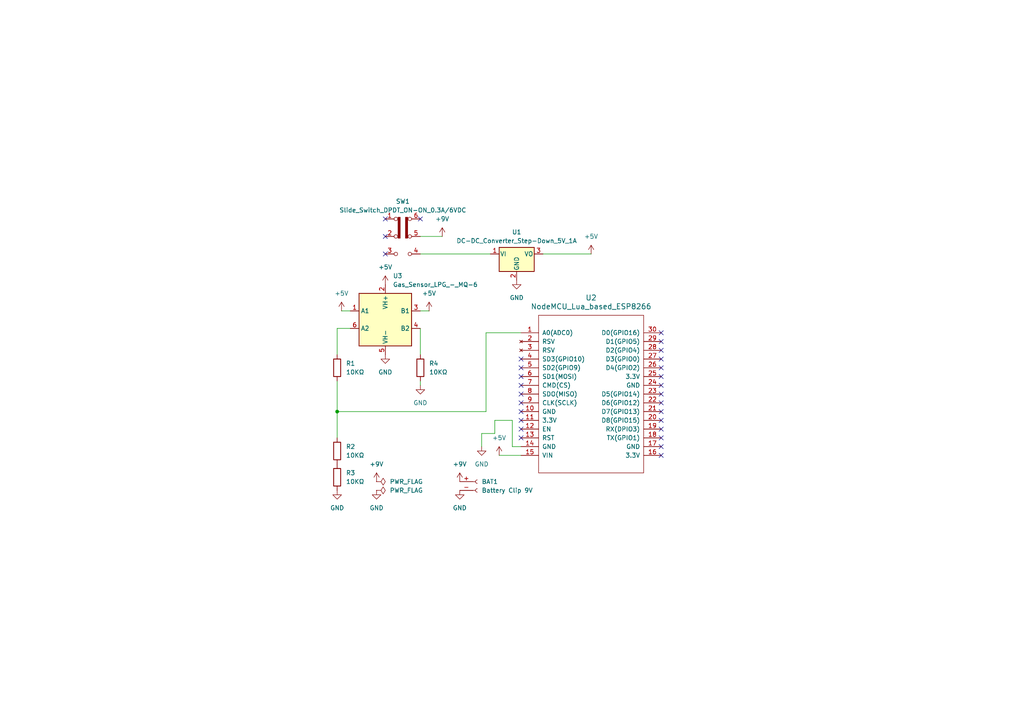
<source format=kicad_sch>
(kicad_sch (version 20231120) (generator "eeschema") (generator_version "8.0")
  (paper "A4")
  (lib_symbols
    (symbol "1 Grobotronics:Battery_Clip_9V" (pin_names (offset 1.016) hide)
      (property "Reference" "J1" (at 1.27 0.0001 0))
      (property "Value" "Battery Clip 9V" (at 1.27 -2.5399 0))
      (symbol "Battery_Clip_9V_1_1"
        (arc (start 0 -2.032) (mid -0.5058 -2.54) (end 0 -3.048) (stroke (width 0.1524)))
        (polyline (pts (xy -1.27 -2.54) (xy -0.508 -2.54)) (stroke (width 0.1524)))
        (polyline (pts (xy -1.27 0) (xy -0.508 0)) (stroke (width 0.1524)))
        (arc (start 0 0.508) (mid -0.5058 0) (end 0 -0.508) (stroke (width 0.1524)))
        (pin power_in line (at -5.08 0 0) (length 3.81) (name "Pin_1") (number "+"))
        (pin power_in line (at -5.08 -2.54 0) (length 3.81) (name "Pin_2") (number "-"))
      )
    )
    (symbol "1 Grobotronics:DC-DC_Converter_Step-Down_5V_1A" (pin_names (offset 0.254))
      (property "Reference" "U" (at -3.81 3.175 0))
      (property "Value" "DC-DC_Converter_Step-Down_5V_1A" (at -0.254 8.636 0))
      (symbol "DC-DC_Converter_Step-Down_5V_1A_0_1"
        (rectangle (start -5.08 1.905) (end 5.08 -5.08) (stroke (width 0.254)) (fill (type background)))
      )
      (symbol "DC-DC_Converter_Step-Down_5V_1A_1_1"
        (pin power_in line (at -7.62 0 0) (length 2.54) (name "VI") (number "1"))
        (pin power_in line (at 0 -7.62 90) (length 2.54) (name "GND") (number "2"))
        (pin power_out line (at 7.62 0 180) (length 2.54) (name "VO") (number "3"))
      )
    )
    (symbol "1 Grobotronics:Gas_Sensor_LPG_-_MQ-6"
      (property "Reference" "U" (at -6.35 8.89 0))
      (property "Value" "Gas_Sensor_LPG_-_MQ-6" (at 12.954 11.684 0))
      (symbol "Gas_Sensor_LPG_-_MQ-6_1_1"
        (rectangle (start -7.62 7.62) (end 7.62 -7.62) (stroke (width 0.254)) (fill (type background)))
        (pin power_in line (at -10.16 2.54 0) (length 2.54) (name "A1") (number "1"))
        (pin power_in line (at 0 10.16 270) (length 2.54) (name "VH+") (number "2"))
        (pin power_in line (at 10.16 2.54 180) (length 2.54) (name "B1") (number "3"))
        (pin power_out line (at 10.16 -2.54 180) (length 2.54) (name "B2") (number "4"))
        (pin power_in line (at 0 -10.16 90) (length 2.54) (name "VH-") (number "5"))
        (pin output line (at -10.16 -2.54 0) (length 2.54) (name "A2") (number "6"))
      )
    )
    (symbol "1 Grobotronics:NodeMCU_Lua_based_ESP8266" (pin_names (offset 1.016))
      (property "Reference" "U" (at -22.86 20.574 0))
      (property "Value" "NodeMCU_Lua_based_ESP8266" (at -22.86 -4.572 90))
      (symbol "NodeMCU_Lua_based_ESP8266_0_1"
        (rectangle (start -38.1 -26.67) (end -7.62 19.05))
      )
      (symbol "NodeMCU_Lua_based_ESP8266_1_1"
        (pin input line (at -43.18 13.97 0) (length 5.08) (name "A0(ADC0)") (number "1"))
        (pin input line (at -43.18 -8.89 0) (length 5.08) (name "GND") (number "10"))
        (pin power_out line (at -43.18 -11.43 0) (length 5.08) (name "3.3V") (number "11"))
        (pin input line (at -43.18 -13.97 0) (length 5.08) (name "EN") (number "12"))
        (pin input line (at -43.18 -16.51 0) (length 5.08) (name "RST") (number "13"))
        (pin power_in line (at -43.18 -19.05 0) (length 5.08) (name "GND") (number "14"))
        (pin power_in line (at -43.18 -21.59 0) (length 5.08) (name "VIN") (number "15"))
        (pin power_out line (at -2.54 -21.59 180) (length 5.08) (name "3.3V") (number "16"))
        (pin power_in line (at -2.54 -19.05 180) (length 5.08) (name "GND") (number "17"))
        (pin output line (at -2.54 -16.51 180) (length 5.08) (name "TX(GPIO1)") (number "18"))
        (pin input line (at -2.54 -13.97 180) (length 5.08) (name "RX(DPIO3)") (number "19"))
        (pin no_connect line (at -43.18 11.43 0) (length 5.08) (name "RSV") (number "2"))
        (pin bidirectional line (at -2.54 -11.43 180) (length 5.08) (name "D8(GPIO15)") (number "20"))
        (pin bidirectional line (at -2.54 -8.89 180) (length 5.08) (name "D7(GPIO13)") (number "21"))
        (pin bidirectional line (at -2.54 -6.35 180) (length 5.08) (name "D6(GPIO12)") (number "22"))
        (pin bidirectional line (at -2.54 -3.81 180) (length 5.08) (name "D5(GPIO14)") (number "23"))
        (pin power_in line (at -2.54 -1.27 180) (length 5.08) (name "GND") (number "24"))
        (pin power_out line (at -2.54 1.27 180) (length 5.08) (name "3.3V") (number "25"))
        (pin bidirectional line (at -2.54 3.81 180) (length 5.08) (name "D4(GPIO2)") (number "26"))
        (pin bidirectional line (at -2.54 6.35 180) (length 5.08) (name "D3(GPIO0)") (number "27"))
        (pin bidirectional line (at -2.54 8.89 180) (length 5.08) (name "D2(GPIO4)") (number "28"))
        (pin bidirectional line (at -2.54 11.43 180) (length 5.08) (name "D1(GPIO5)") (number "29"))
        (pin no_connect line (at -43.18 8.89 0) (length 5.08) (name "RSV") (number "3"))
        (pin output line (at -2.54 13.97 180) (length 5.08) (name "D0(GPIO16)") (number "30"))
        (pin bidirectional line (at -43.18 6.35 0) (length 5.08) (name "SD3(GPIO10)") (number "4"))
        (pin bidirectional line (at -43.18 3.81 0) (length 5.08) (name "SD2(GPIO9)") (number "5"))
        (pin bidirectional line (at -43.18 1.27 0) (length 5.08) (name "SD1(MOSI)") (number "6"))
        (pin bidirectional line (at -43.18 -1.27 0) (length 5.08) (name "CMD(CS)") (number "7"))
        (pin bidirectional line (at -43.18 -3.81 0) (length 5.08) (name "SDO(MISO)") (number "8"))
        (pin bidirectional line (at -43.18 -6.35 0) (length 5.08) (name "CLK(SCLK)") (number "9"))
      )
    )
    (symbol "1 Grobotronics:Slide_Switch_DPDT_ON-ON_0.3A/6VDC" (pin_names (offset 0) hide)
      (property "Reference" "SW" (at 0 6.858 0))
      (property "Value" "Slide_Switch_DPDT_ON-ON_0.3A/6VDC" (at 17.018 14.986 0))
      (symbol "Slide_Switch_DPDT_ON-ON_0.3A/6VDC_0_0"
        (circle (center -2.032 -5.08) (radius 0.508))
        (circle (center -2.032 5.08) (radius 0.508))
        (circle (center 2.032 -5.08) (radius 0.508))
        (circle (center 2.032 0) (radius 0.508))
      )
      (symbol "Slide_Switch_DPDT_ON-ON_0.3A/6VDC_0_1"
        (circle (center -2.032 0) (radius 0.508))
        (circle (center 2.032 5.08) (radius 0.508))
      )
      (symbol "Slide_Switch_DPDT_ON-ON_0.3A/6VDC_1_1"
        (rectangle (start -1.397 5.588) (end -0.762 -0.508) (fill (type outline)))
        (rectangle (start 0.762 5.588) (end 1.397 -0.508) (fill (type outline)))
        (pin power_out line (at -5.08 5.08 0) (length 2.54) (name "A") (number "1"))
        (pin power_in line (at -5.08 0 0) (length 2.54) (name "B") (number "2"))
        (pin power_out line (at -5.08 -5.08 0) (length 2.54) (name "C") (number "3"))
        (pin power_out line (at 5.08 -5.08 180) (length 2.54) (name "A") (number "4"))
        (pin power_in line (at 5.08 0 180) (length 2.54) (name "B") (number "5"))
        (pin power_out line (at 5.08 5.08 180) (length 2.54) (name "C") (number "6"))
      )
    )
    (symbol "Device:R" (pin_numbers hide) (pin_names (offset 0))
      (property "Reference" "R" (at 2.032 0 90))
      (property "Value" "R" (at 0 0 90))
      (symbol "R_0_1"
        (rectangle (start -1.016 -2.54) (end 1.016 2.54) (stroke (width 0.254)))
      )
      (symbol "R_1_1"
        (pin passive line (at 0 3.81 270) (length 1.27) (name "~") (number "1"))
        (pin passive line (at 0 -3.81 90) (length 1.27) (name "~") (number "2"))
      )
    )
    (symbol "power:+5V" (power) (pin_numbers hide) (pin_names (offset 0) hide)
      (property "Value" "+5V" (at 0 3.556 0))
      (symbol "+5V_0_1"
        (polyline (pts (xy -0.762 1.27) (xy 0 2.54)))
        (polyline (pts (xy 0 0) (xy 0 2.54)))
        (polyline (pts (xy 0 2.54) (xy 0.762 1.27)))
      )
      (symbol "+5V_1_1"
        (pin power_in line (at 0 0 90) (length 0) (name "~") (number "1"))
      )
    )
    (symbol "power:+9V" (power) (pin_numbers hide) (pin_names (offset 0) hide)
      (property "Value" "+9V" (at 0 3.556 0))
      (symbol "+9V_0_1"
        (polyline (pts (xy -0.762 1.27) (xy 0 2.54)))
        (polyline (pts (xy 0 0) (xy 0 2.54)))
        (polyline (pts (xy 0 2.54) (xy 0.762 1.27)))
      )
      (symbol "+9V_1_1"
        (pin power_in line (at 0 0 90) (length 0) (name "~") (number "1"))
      )
    )
    (symbol "power:GND" (power) (pin_numbers hide) (pin_names (offset 0) hide)
      (property "Value" "GND" (at 0 -3.81 0))
      (symbol "GND_0_1"
        (polyline (pts (xy 0 0) (xy 0 -1.27) (xy 1.27 -1.27) (xy 0 -2.54) (xy -1.27 -1.27) (xy 0 -1.27)))
      )
      (symbol "GND_1_1"
        (pin power_in line (at 0 0 270) (length 0) (name "~") (number "1"))
      )
    )
    (symbol "power:PWR_FLAG" (power) (pin_numbers hide) (pin_names (offset 0) hide)
      (property "Value" "PWR_FLAG" (at 0 3.81 0))
      (symbol "PWR_FLAG_0_0"
        (pin power_out line (at 0 0 90) (length 0) (name "~") (number "1"))
      )
      (symbol "PWR_FLAG_0_1"
        (polyline (pts (xy 0 0) (xy 0 1.27) (xy -1.016 1.905) (xy 0 2.54) (xy 1.016 1.905) (xy 0 1.27)))
      )
    )
  )
  (junction (at 97.79 119.38))
  (no_connect (at 111.76 68.58))
  (no_connect (at 191.77 127))
  (no_connect (at 151.13 127))
  (no_connect (at 191.77 129.54))
  (no_connect (at 151.13 124.46))
  (no_connect (at 151.13 114.3))
  (no_connect (at 191.77 106.68))
  (no_connect (at 151.13 104.14))
  (no_connect (at 191.77 124.46))
  (no_connect (at 151.13 121.92))
  (no_connect (at 191.77 101.6))
  (no_connect (at 121.92 63.5))
  (no_connect (at 191.77 99.06))
  (no_connect (at 191.77 114.3))
  (no_connect (at 191.77 111.76))
  (no_connect (at 191.77 119.38))
  (no_connect (at 151.13 106.68))
  (no_connect (at 191.77 96.52))
  (no_connect (at 191.77 121.92))
  (no_connect (at 191.77 132.08))
  (no_connect (at 151.13 119.38))
  (no_connect (at 111.76 63.5))
  (no_connect (at 191.77 109.22))
  (no_connect (at 191.77 104.14))
  (no_connect (at 191.77 116.84))
  (no_connect (at 151.13 116.84))
  (no_connect (at 151.13 109.22))
  (no_connect (at 111.76 73.66))
  (no_connect (at 151.13 111.76))
  (wire (pts (xy 171.45 73.66) (xy 157.48 73.66)))
  (wire (pts (xy 151.13 129.54) (xy 148.59 129.54)))
  (wire (pts (xy 97.79 127) (xy 97.79 119.38)))
  (wire (pts (xy 97.79 95.25) (xy 97.79 102.87)))
  (wire (pts (xy 144.78 132.08) (xy 151.13 132.08)))
  (wire (pts (xy 148.59 129.54) (xy 148.59 121.92)))
  (wire (pts (xy 143.51 125.73) (xy 139.7 125.73)))
  (wire (pts (xy 121.92 111.76) (xy 121.92 110.49)))
  (wire (pts (xy 139.7 125.73) (xy 139.7 129.54)))
  (wire (pts (xy 128.27 68.58) (xy 121.92 68.58)))
  (wire (pts (xy 99.06 90.17) (xy 101.6 90.17)))
  (wire (pts (xy 140.97 119.38) (xy 97.79 119.38)))
  (wire (pts (xy 124.46 90.17) (xy 121.92 90.17)))
  (wire (pts (xy 148.59 121.92) (xy 143.51 121.92)))
  (wire (pts (xy 140.97 96.52) (xy 140.97 119.38)))
  (wire (pts (xy 121.92 73.66) (xy 142.24 73.66)))
  (wire (pts (xy 121.92 102.87) (xy 121.92 95.25)))
  (wire (pts (xy 97.79 110.49) (xy 97.79 119.38)))
  (wire (pts (xy 143.51 121.92) (xy 143.51 125.73)))
  (wire (pts (xy 151.13 96.52) (xy 140.97 96.52)))
  (wire (pts (xy 101.6 95.25) (xy 97.79 95.25)))
  (symbol (lib_id "power:GND") (at 139.7 129.54 0) (unit 1)
    (property "Reference" "#PWR012" (effects (hide yes)))
    (property "Value" "GND" (at 139.7 134.62 0))
    (property "Description" "Power symbol creates a global label with name \"GND\" , ground" (effects (hide yes)))
  )
  (symbol (lib_id "power:PWR_FLAG") (at 109.22 142.24 270) (unit 1)
    (property "Reference" "#FLG02" (effects (hide yes)))
    (property "Value" "PWR_FLAG" (at 113.03 142.2399 90) (effects (justify left)))
    (property "Description" "Special symbol for telling ERC where power comes from" (effects (hide yes)))
  )
  (symbol (lib_id "1 Grobotronics:Gas_Sensor_LPG_-_MQ-6") (at 111.76 92.71 0) (unit 1)
    (property "Reference" "U3" (at 113.9541 80.01 0) (effects (justify left)))
    (property "Value" "Gas_Sensor_LPG_-_MQ-6" (at 113.9541 82.55 0) (effects (justify left)))
    (property "Footprint" "! Grobotronics:Gas Sensor LPG - MQ-6" (effects (hide yes)))
    (property "Description" "39-00013271" (effects (hide yes)))
  )
  (symbol (lib_id "power:+5V") (at 124.46 90.17 0) (unit 1)
    (property "Reference" "#PWR08" (effects (hide yes)))
    (property "Value" "+5V" (at 124.46 85.09 0))
    (property "Description" "Power symbol creates a global label with name \"+5V\"" (effects (hide yes)))
  )
  (symbol (lib_id "Device:R") (at 97.79 138.43 0) (unit 1)
    (property "Reference" "R3" (at 100.33 137.1599 0) (effects (justify left)))
    (property "Value" "10ΚΩ" (at 100.33 139.6999 0) (effects (justify left)))
    (property "Footprint" "Resistor_THT:R_Axial_DIN0207_L6.3mm_D2.5mm_P7.62mm_Horizontal" (effects (hide yes)))
    (property "Description" "Resistor" (effects (hide yes)))
  )
  (symbol (lib_id "power:+9V") (at 133.35 139.7 0) (unit 1)
    (property "Reference" "#PWR01" (effects (hide yes)))
    (property "Value" "+9V" (at 133.35 134.62 0))
    (property "Description" "Power symbol creates a global label with name \"+9V\"" (effects (hide yes)))
  )
  (symbol (lib_id "power:+5V") (at 144.78 132.08 0) (unit 1)
    (property "Reference" "#PWR013" (effects (hide yes)))
    (property "Value" "+5V" (at 144.78 127 0))
    (property "Description" "Power symbol creates a global label with name \"+5V\"" (effects (hide yes)))
  )
  (symbol (lib_id "1 Grobotronics:Slide_Switch_DPDT_ON-ON_0.3A/6VDC") (at 116.84 68.58 0) (unit 1)
    (property "Reference" "SW1" (at 116.84 58.42 0))
    (property "Value" "Slide_Switch_DPDT_ON-ON_0.3A/6VDC" (at 116.84 60.96 0))
    (property "Footprint" "Button_Switch_THT:SW_CK_JS202011CQN_DPDT_Straight" (effects (hide yes)))
    (property "Description" "05-00022351" (effects (hide yes)))
  )
  (symbol (lib_id "power:+5V") (at 99.06 90.17 0) (unit 1)
    (property "Reference" "#PWR07" (effects (hide yes)))
    (property "Value" "+5V" (at 99.06 85.09 0))
    (property "Description" "Power symbol creates a global label with name \"+5V\"" (effects (hide yes)))
  )
  (symbol (lib_id "power:GND") (at 109.22 142.24 0) (unit 1)
    (property "Reference" "#PWR015" (effects (hide yes)))
    (property "Value" "GND" (at 109.22 147.32 0))
    (property "Description" "Power symbol creates a global label with name \"GND\" , ground" (effects (hide yes)))
  )
  (symbol (lib_id "Device:R") (at 97.79 106.68 0) (unit 1)
    (property "Reference" "R1" (at 100.33 105.4099 0) (effects (justify left)))
    (property "Value" "10ΚΩ" (at 100.33 107.9499 0) (effects (justify left)))
    (property "Footprint" "Resistor_THT:R_Axial_DIN0207_L6.3mm_D2.5mm_P7.62mm_Horizontal" (effects (hide yes)))
    (property "Description" "Resistor" (effects (hide yes)))
  )
  (symbol (lib_id "1 Grobotronics:DC-DC_Converter_Step-Down_5V_1A") (at 149.86 73.66 0) (unit 1)
    (property "Reference" "U1" (at 149.86 67.31 0))
    (property "Value" "DC-DC_Converter_Step-Down_5V_1A" (at 149.86 69.85 0))
    (property "Footprint" "Package_TO_SOT_THT:TO-220-3_Vertical" (effects (hide yes)))
    (property "Description" "39-00013271" (effects (hide yes)))
  )
  (symbol (lib_id "power:GND") (at 133.35 142.24 0) (unit 1)
    (property "Reference" "#PWR02" (effects (hide yes)))
    (property "Value" "GND" (at 133.35 147.32 0))
    (property "Description" "Power symbol creates a global label with name \"GND\" , ground" (effects (hide yes)))
  )
  (symbol (lib_id "power:GND") (at 121.92 111.76 0) (unit 1)
    (property "Reference" "#PWR010" (effects (hide yes)))
    (property "Value" "GND" (at 121.92 116.84 0))
    (property "Description" "Power symbol creates a global label with name \"GND\" , ground" (effects (hide yes)))
  )
  (symbol (lib_id "power:+5V") (at 111.76 82.55 0) (unit 1)
    (property "Reference" "#PWR06" (effects (hide yes)))
    (property "Value" "+5V" (at 111.76 77.47 0))
    (property "Description" "Power symbol creates a global label with name \"+5V\"" (effects (hide yes)))
  )
  (symbol (lib_id "Device:R") (at 121.92 106.68 0) (unit 1)
    (property "Reference" "R4" (at 124.46 105.4099 0) (effects (justify left)))
    (property "Value" "10ΚΩ" (at 124.46 107.9499 0) (effects (justify left)))
    (property "Footprint" "Resistor_THT:R_Axial_DIN0207_L6.3mm_D2.5mm_P7.62mm_Horizontal" (effects (hide yes)))
    (property "Description" "Resistor" (effects (hide yes)))
  )
  (symbol (lib_id "Device:R") (at 97.79 130.81 0) (unit 1)
    (property "Reference" "R2" (at 100.33 129.5399 0) (effects (justify left)))
    (property "Value" "10ΚΩ" (at 100.33 132.0799 0) (effects (justify left)))
    (property "Footprint" "Resistor_THT:R_Axial_DIN0207_L6.3mm_D2.5mm_P7.62mm_Horizontal" (effects (hide yes)))
    (property "Description" "Resistor" (effects (hide yes)))
  )
  (symbol (lib_id "power:GND") (at 149.86 81.28 0) (unit 1)
    (property "Reference" "#PWR04" (effects (hide yes)))
    (property "Value" "GND" (at 149.86 86.36 0))
    (property "Description" "Power symbol creates a global label with name \"GND\" , ground" (effects (hide yes)))
  )
  (symbol (lib_id "power:+9V") (at 128.27 68.58 0) (unit 1)
    (property "Reference" "#PWR03" (effects (hide yes)))
    (property "Value" "+9V" (at 128.27 63.5 0))
    (property "Description" "Power symbol creates a global label with name \"+9V\"" (effects (hide yes)))
  )
  (symbol (lib_id "power:+9V") (at 109.22 139.7 0) (unit 1)
    (property "Reference" "#PWR014" (effects (hide yes)))
    (property "Value" "+9V" (at 109.22 134.62 0))
    (property "Description" "Power symbol creates a global label with name \"+9V\"" (effects (hide yes)))
  )
  (symbol (lib_id "1 Grobotronics:Battery_Clip_9V") (at 138.43 139.7 0) (unit 1)
    (property "Reference" "BAT1" (at 139.7 139.6999 0) (effects (justify left)))
    (property "Value" "Battery Clip 9V" (at 139.7 142.2399 0) (effects (justify left)))
    (property "Footprint" "! Grobotronics:Battery_Clip_9V" (effects (hide yes)))
    (property "Description" "29-00012827" (effects (hide yes)))
  )
  (symbol (lib_id "power:GND") (at 111.76 102.87 0) (unit 1)
    (property "Reference" "#PWR09" (effects (hide yes)))
    (property "Value" "GND" (at 111.76 107.95 0))
    (property "Description" "Power symbol creates a global label with name \"GND\" , ground" (effects (hide yes)))
  )
  (symbol (lib_id "power:GND") (at 97.79 142.24 0) (unit 1)
    (property "Reference" "#PWR011" (effects (hide yes)))
    (property "Value" "GND" (at 97.79 147.32 0))
    (property "Description" "Power symbol creates a global label with name \"GND\" , ground" (effects (hide yes)))
  )
  (symbol (lib_id "1 Grobotronics:NodeMCU_Lua_based_ESP8266") (at 194.31 110.49 0) (unit 1)
    (property "Reference" "U2" (at 171.45 86.36 0) (effects (font (size 1.524 1.524))))
    (property "Value" "NodeMCU_Lua_based_ESP8266" (at 171.45 88.9 0) (effects (font (size 1.524 1.524))))
    (property "Footprint" "! Grobotronics:NodeMCU - Lua based ESP8266" (effects (hide yes)))
    (property "Description" "19-00058266" (effects (hide yes)))
  )
  (symbol (lib_id "power:PWR_FLAG") (at 109.22 139.7 270) (unit 1)
    (property "Reference" "#FLG01" (effects (hide yes)))
    (property "Value" "PWR_FLAG" (at 113.03 139.6999 90) (effects (justify left)))
    (property "Description" "Special symbol for telling ERC where power comes from" (effects (hide yes)))
  )
  (symbol (lib_id "power:+5V") (at 171.45 73.66 0) (unit 1)
    (property "Reference" "#PWR05" (effects (hide yes)))
    (property "Value" "+5V" (at 171.45 68.58 0))
    (property "Description" "Power symbol creates a global label with name \"+5V\"" (effects (hide yes)))
  )
)
</source>
